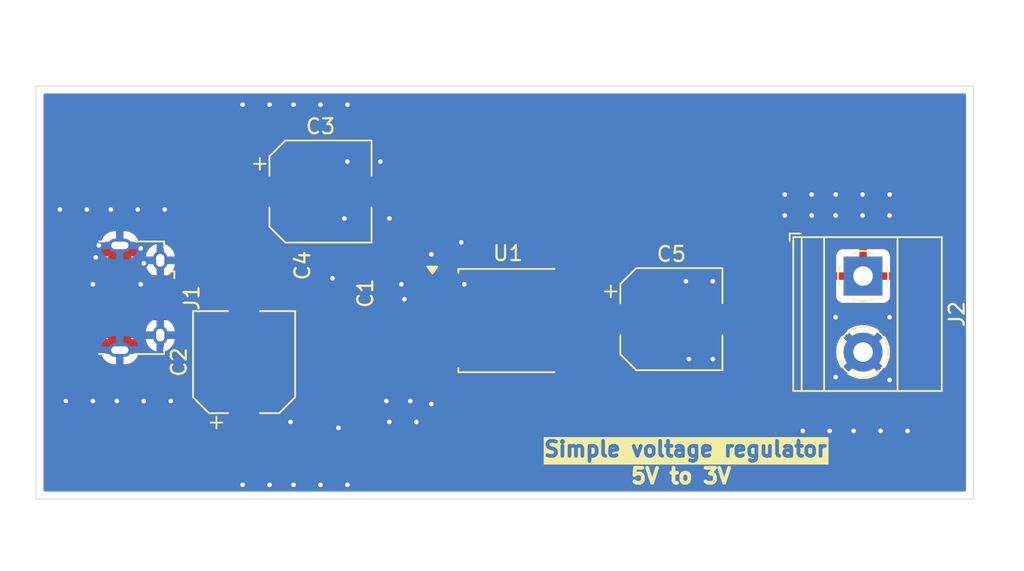
<source format=kicad_pcb>
(kicad_pcb (version 20240108) (generator "pcbnew") (generator_version "8.0")
  (layers (0 "F.Cu" signal) (31 "B.Cu" signal) (34 "B.Paste" user) (35 "F.Paste" user) (36 "B.SilkS" user "B.Silkscreen") (37 "F.SilkS" user "F.Silkscreen") (38 "B.Mask" user) (39 "F.Mask" user) (44 "Edge.Cuts" user))
  (net 0 "")
  (net 1 "GND")
  (net 2 "+5V")
  (net 3 "+3.3V")
  (footprint "Capacitor_SMD:CP_Elec_6.3x5.7" (layer "F.Cu") (at 108.3 94 90)
    (property "Reference" "C2" (at 0 -4.35 90) (layer "F.SilkS"))
    (property "Value" "100nf")
    (fp_line (start 3.41 -3.41) (end 3.41 -1.06) (stroke (width 0.12)) (layer "F.SilkS"))
    (fp_line (start -2.345563 -3.41) (end 3.41 -3.41) (stroke (width 0.12)) (layer "F.SilkS"))
    (fp_line (start -3.41 -2.345563) (end -2.345563 -3.41) (stroke (width 0.12)) (layer "F.SilkS"))
    (fp_line (start -3.41 -2.345563) (end -3.41 -1.06) (stroke (width 0.12)) (layer "F.SilkS"))
    (fp_line (start -4.04375 -2.24125) (end -4.04375 -1.45375) (stroke (width 0.12)) (layer "F.SilkS"))
    (fp_line (start -4.4375 -1.8475) (end -3.65 -1.8475) (stroke (width 0.12)) (layer "F.SilkS"))
    (fp_line (start -3.41 2.345563) (end -3.41 1.06) (stroke (width 0.12)) (layer "F.SilkS"))
    (fp_line (start -3.41 2.345563) (end -2.345563 3.41) (stroke (width 0.12)) (layer "F.SilkS"))
    (fp_line (start 3.41 3.41) (end 3.41 1.06) (stroke (width 0.12)) (layer "F.SilkS"))
    (fp_line (start -2.345563 3.41) (end 3.41 3.41) (stroke (width 0.12)) (layer "F.SilkS"))
    (pad "1" smd roundrect (at -2.7 0 90) (size 3.5 1.6) (layers "F.Cu" "F.Paste" "F.Mask") (roundrect_rratio 0.15625) (net 1 "GND"))
    (pad "2" smd roundrect (at 2.7 0 90) (size 3.5 1.6) (layers "F.Cu" "F.Paste" "F.Mask") (roundrect_rratio 0.15625) (net 2 "+5V"))
  )
  (footprint "TerminalBlock_Phoenix:TerminalBlock_Phoenix_MKDS-1,5-2-5.08_1x02_P5.08mm_Horizontal" (layer "F.Cu") (at 149.63 88.25 -90)
    (property "Reference" "J2" (at 2.54 -6.26 90) (layer "F.SilkS"))
    (property "Value" "Screw_Terminal_01x02")
    (fp_line (start -2.84 4.9) (end -2.34 4.9) (stroke (width 0.12)) (layer "F.SilkS"))
    (fp_line (start -2.6 4.66) (end 7.68 4.66) (stroke (width 0.12)) (layer "F.SilkS"))
    (fp_line (start -2.84 4.16) (end -2.84 4.9) (stroke (width 0.12)) (layer "F.SilkS"))
    (fp_line (start -2.6 4.1) (end 7.68 4.1) (stroke (width 0.12)) (layer "F.SilkS"))
    (fp_line (start -2.6 2.6) (end 7.68 2.6) (stroke (width 0.12)) (layer "F.SilkS"))
    (fp_line (start 4.046 1.239) (end 4.011 1.274) (stroke (width 0.12)) (layer "F.SilkS"))
    (fp_line (start 3.853 1.023) (end 3.806 1.069) (stroke (width 0.12)) (layer "F.SilkS"))
    (fp_line (start 6.355 -1.069) (end 6.308 -1.023) (stroke (width 0.12)) (layer "F.SilkS"))
    (fp_line (start 6.15 -1.275) (end 6.115 -1.239) (stroke (width 0.12)) (layer "F.SilkS"))
    (fp_line (start -2.6 -2.301) (end 7.68 -2.301) (stroke (width 0.12)) (layer "F.SilkS"))
    (fp_line (start -2.6 -5.261) (end -2.6 4.66) (stroke (width 0.12)) (layer "F.SilkS"))
    (fp_line (start -2.6 -5.261) (end 7.68 -5.261) (stroke (width 0.12)) (layer "F.SilkS"))
    (fp_line (start 7.68 -5.261) (end 7.68 4.66) (stroke (width 0.12)) (layer "F.SilkS"))
    (fp_arc (start 0.028805 1.680253) (mid -0.335551 1.646659) (end -0.684 1.535) (stroke (width 0.12)) (layer "F.SilkS"))
    (fp_arc (start 0.683318 1.534756) (mid 0.349292 1.643288) (end 0 1.68) (stroke (width 0.12)) (layer "F.SilkS"))
    (fp_arc (start -1.535427 0.683042) (mid -1.680501 -0.000524) (end -1.535 -0.684) (stroke (width 0.12)) (layer "F.SilkS"))
    (fp_arc (start 1.535427 -0.683042) (mid 1.680501 0.000524) (end 1.535 0.684) (stroke (width 0.12)) (layer "F.SilkS"))
    (fp_arc (start -0.683042 -1.535427) (mid 0.000524 -1.680501) (end 0.684 -1.535) (stroke (width 0.12)) (layer "F.SilkS"))
    (fp_circle (center 5.08 0) (end 6.76 0) (stroke (width 0.12)) (fill none) (layer "F.SilkS"))
    (pad "1" thru_hole rect (at 0 0 270) (size 2.6 2.6) (drill 1.3) (layers "*.Cu" "*.Mask") (net 3 "+3.3V"))
    (pad "2" thru_hole circle (at 5.08 0 270) (size 2.6 2.6) (drill 1.3) (layers "*.Cu" "*.Mask") (net 1 "GND"))
  )
  (footprint "Connector_USB:USB_Micro-B_Amphenol_10118194-0001LF_Horizontal" (layer "F.Cu") (at 101.3 89.7 -90)
    (property "Reference" "J1" (at 0 -3.5 90) (layer "F.SilkS"))
    (property "Value" "USB_B_Micro")
    (fp_line (start -3.76 2.69) (end -3.76 2.29) (stroke (width 0.12)) (layer "F.SilkS"))
    (fp_line (start 3.76 2.29) (end 3.76 2.69) (stroke (width 0.12)) (layer "F.SilkS"))
    (fp_line (start -3.76 0.32) (end -3.76 -1.66) (stroke (width 0.12)) (layer "F.SilkS"))
    (fp_line (start 3.76 0.32) (end 3.76 -1.66) (stroke (width 0.12)) (layer "F.SilkS"))
    (fp_line (start -3.76 -1.66) (end -3.34 -1.66) (stroke (width 0.12)) (layer "F.SilkS"))
    (fp_line (start 3.76 -1.66) (end 3.34 -1.66) (stroke (width 0.12)) (layer "F.SilkS"))
    (fp_line (start -1.76 -1.89) (end -1.76 -2.34) (stroke (width 0.12)) (layer "F.SilkS"))
    (fp_line (start -1.31 -2.34) (end -1.76 -2.34) (stroke (width 0.12)) (layer "F.SilkS"))
    (pad "1" smd roundrect (at -1.3 -1.4 270) (size 0.4 1.35) (layers "F.Cu" "F.Paste" "F.Mask") (net 2 "+5V"))
    (pad "2" smd roundrect (at -0.65 -1.4 270) (size 0.4 1.35) (layers "F.Cu" "F.Paste" "F.Mask"))
    (pad "3" smd roundrect (at 0 -1.4 270) (size 0.4 1.35) (layers "F.Cu" "F.Paste" "F.Mask"))
    (pad "4" smd roundrect (at 0.65 -1.4 270) (size 0.4 1.35) (layers "F.Cu" "F.Paste" "F.Mask"))
    (pad "5" smd roundrect (at 1.3 -1.4 270) (size 0.4 1.35) (layers "F.Cu" "F.Paste" "F.Mask") (net 1 "GND"))
    (pad "6" thru_hole oval (at -3.5 1.3 270) (size 0.89 1.55) (drill oval 0.5 1.15) (property pad_prop_heatsink) (layers "*.Cu" "*.Mask") (net 1 "GND"))
    (pad "6" smd roundrect (at -3.025 1.3 270) (size 1.45 1.55) (layers "F.Cu" "F.Paste" "F.Mask") (roundrect_rratio 0.1724137931) (net 1 "GND"))
    (pad "6" thru_hole oval (at -2.5 -1.4 270) (size 1.25 0.95) (drill oval 0.85 0.55) (property pad_prop_heatsink) (layers "*.Cu" "*.Mask") (net 1 "GND"))
    (pad "6" smd roundrect (at -1 1.3 270) (size 1.5 1.55) (layers "F.Cu" "F.Paste" "F.Mask") (roundrect_rratio 0.1666666667) (net 1 "GND"))
    (pad "6" smd roundrect (at 1 1.3 270) (size 1.5 1.55) (layers "F.Cu" "F.Paste" "F.Mask") (roundrect_rratio 0.1666666667) (net 1 "GND"))
    (pad "6" thru_hole oval (at 2.5 -1.4 270) (size 1.25 0.95) (drill oval 0.85 0.55) (property pad_prop_heatsink) (layers "*.Cu" "*.Mask") (net 1 "GND"))
    (pad "6" smd roundrect (at 3.025 1.3 270) (size 1.45 1.55) (layers "F.Cu" "F.Paste" "F.Mask") (roundrect_rratio 0.1724137931) (net 1 "GND"))
    (pad "6" thru_hole oval (at 3.5 1.3 270) (size 0.89 1.55) (drill oval 0.5 1.15) (property pad_prop_heatsink) (layers "*.Cu" "*.Mask") (net 1 "GND"))
  )
  (footprint "Capacitor_SMD:C_01005_0402Metric" (layer "F.Cu") (at 114.3 89.275 90)
    (property "Reference" "C1" (at -0.125 2.1 90) (layer "F.SilkS"))
    (property "Value" "22u")
    (pad "1" smd roundrect (at -0.25 0 90) (size 0.4 0.3) (layers "F.Cu" "F.Mask") (net 2 "+5V"))
    (pad "2" smd roundrect (at 0.25 0 90) (size 0.4 0.3) (layers "F.Cu" "F.Mask") (net 1 "GND"))
  )
  (footprint "Package_TO_SOT_SMD:TO-252-3_TabPin2" (layer "F.Cu") (at 125.915 91.225)
    (property "Reference" "U1" (at 0 -4.5 0) (layer "F.SilkS"))
    (property "Value" "AMS1117CD-3.3")
    (fp_line (start -3.31 -3.45) (end -3.31 -3.18) (stroke (width 0.12)) (layer "F.SilkS"))
    (fp_line (start -3.31 3.45) (end -3.31 3.18) (stroke (width 0.12)) (layer "F.SilkS"))
    (fp_line (start 3.11 -3.45) (end -3.31 -3.45) (stroke (width 0.12)) (layer "F.SilkS"))
    (fp_line (start 3.11 3.45) (end -3.31 3.45) (stroke (width 0.12)) (layer "F.SilkS"))
    (fp_poly (pts (xy -5.04 -3.14) (xy -5.38 -3.61) (xy -4.7 -3.61) (xy -5.04 -3.14)) (stroke (width 0.12)) (fill solid) (layer "F.SilkS"))
    (pad "1" smd roundrect (at -5.04 -2.28) (size 2.2 1.2) (layers "F.Cu" "F.Paste" "F.Mask") (roundrect_rratio 0.208333) (net 1 "GND"))
    (pad "2" smd roundrect (at -5.04 0) (size 2.2 1.2) (layers "F.Cu" "F.Paste" "F.Mask") (roundrect_rratio 0.208333) (net 3 "+3.3V"))
    (pad "2" smd roundrect (at -0.415 -1.525) (size 3.05 2.75) (layers "F.Cu" "F.Paste") (roundrect_rratio 0.090909) (net 3 "+3.3V"))
    (pad "2" smd roundrect (at -0.415 1.525) (size 3.05 2.75) (layers "F.Cu" "F.Paste") (roundrect_rratio 0.090909) (net 3 "+3.3V"))
    (pad "2" smd roundrect (at 1.26 0) (size 6.4 5.8) (layers "F.Cu" "F.Mask") (roundrect_rratio 0.043103) (net 3 "+3.3V"))
    (pad "2" smd roundrect (at 2.935 -1.525) (size 3.05 2.75) (layers "F.Cu" "F.Paste") (roundrect_rratio 0.090909) (net 3 "+3.3V"))
    (pad "2" smd roundrect (at 2.935 1.525) (size 3.05 2.75) (layers "F.Cu" "F.Paste") (roundrect_rratio 0.090909) (net 3 "+3.3V"))
    (pad "3" smd roundrect (at -5.04 2.28) (size 2.2 1.2) (layers "F.Cu" "F.Paste" "F.Mask") (roundrect_rratio 0.208333) (net 2 "+5V"))
  )
  (footprint "Capacitor_SMD:CP_Elec_6.3x5.7" (layer "F.Cu") (at 113.4 82.6)
    (property "Reference" "C3" (at 0 -4.35 0) (layer "F.SilkS"))
    (property "Value" "100nf")
    (fp_line (start -4.4375 -1.8475) (end -3.65 -1.8475) (stroke (width 0.12)) (layer "F.SilkS"))
    (fp_line (start -4.04375 -2.24125) (end -4.04375 -1.45375) (stroke (width 0.12)) (layer "F.SilkS"))
    (fp_line (start -3.41 -2.345563) (end -3.41 -1.06) (stroke (width 0.12)) (layer "F.SilkS"))
    (fp_line (start -3.41 -2.345563) (end -2.345563 -3.41) (stroke (width 0.12)) (layer "F.SilkS"))
    (fp_line (start -3.41 2.345563) (end -3.41 1.06) (stroke (width 0.12)) (layer "F.SilkS"))
    (fp_line (start -3.41 2.345563) (end -2.345563 3.41) (stroke (width 0.12)) (layer "F.SilkS"))
    (fp_line (start -2.345563 -3.41) (end 3.41 -3.41) (stroke (width 0.12)) (layer "F.SilkS"))
    (fp_line (start -2.345563 3.41) (end 3.41 3.41) (stroke (width 0.12)) (layer "F.SilkS"))
    (fp_line (start 3.41 -3.41) (end 3.41 -1.06) (stroke (width 0.12)) (layer "F.SilkS"))
    (fp_line (start 3.41 3.41) (end 3.41 1.06) (stroke (width 0.12)) (layer "F.SilkS"))
    (pad "1" smd roundrect (at -2.7 0) (size 3.5 1.6) (layers "F.Cu" "F.Paste" "F.Mask") (roundrect_rratio 0.15625) (net 3 "+3.3V"))
    (pad "2" smd roundrect (at 2.7 0) (size 3.5 1.6) (layers "F.Cu" "F.Paste" "F.Mask") (roundrect_rratio 0.15625) (net 1 "GND"))
  )
  (footprint "Capacitor_SMD:C_01005_0402Metric" (layer "F.Cu") (at 113.2 87.55 90)
    (property "Reference" "C4" (at 0 -1 90) (layer "F.SilkS"))
    (property "Value" "22u")
    (pad "1" smd roundrect (at -0.25 0 90) (size 0.4 0.3) (layers "F.Cu" "F.Mask") (net 3 "+3.3V"))
    (pad "2" smd roundrect (at 0.25 0 90) (size 0.4 0.3) (layers "F.Cu" "F.Mask") (net 1 "GND"))
  )
  (footprint "Capacitor_SMD:CP_Elec_6.3x5.7" (layer "F.Cu") (at 136.83 91.13)
    (property "Reference" "C5" (at 0 -4.35 0) (layer "F.SilkS"))
    (property "Value" "100nf")
    (fp_line (start -4.4375 -1.8475) (end -3.65 -1.8475) (stroke (width 0.12)) (layer "F.SilkS"))
    (fp_line (start -4.04375 -2.24125) (end -4.04375 -1.45375) (stroke (width 0.12)) (layer "F.SilkS"))
    (fp_line (start -3.41 -2.345563) (end -3.41 -1.06) (stroke (width 0.12)) (layer "F.SilkS"))
    (fp_line (start -3.41 -2.345563) (end -2.345563 -3.41) (stroke (width 0.12)) (layer "F.SilkS"))
    (fp_line (start -3.41 2.345563) (end -3.41 1.06) (stroke (width 0.12)) (layer "F.SilkS"))
    (fp_line (start -3.41 2.345563) (end -2.345563 3.41) (stroke (width 0.12)) (layer "F.SilkS"))
    (fp_line (start -2.345563 -3.41) (end 3.41 -3.41) (stroke (width 0.12)) (layer "F.SilkS"))
    (fp_line (start -2.345563 3.41) (end 3.41 3.41) (stroke (width 0.12)) (layer "F.SilkS"))
    (fp_line (start 3.41 -3.41) (end 3.41 -1.06) (stroke (width 0.12)) (layer "F.SilkS"))
    (fp_line (start 3.41 3.41) (end 3.41 1.06) (stroke (width 0.12)) (layer "F.SilkS"))
    (pad "1" smd roundrect (at -2.7 0) (size 3.5 1.6) (layers "F.Cu" "F.Paste" "F.Mask") (roundrect_rratio 0.15625) (net 3 "+3.3V"))
    (pad "2" smd roundrect (at 2.7 0) (size 3.5 1.6) (layers "F.Cu" "F.Paste" "F.Mask") (roundrect_rratio 0.15625) (net 1 "GND"))
  )
  (gr_rect (start 94.4 75.55) (end 157 103.15) (stroke (width 0.05)) (fill none) (layer "Edge.Cuts"))
  (gr_text "Simple voltage regulator " (at 128.2 100.4 0) (layer "F.SilkS" knockout) (effects (font (size 1 1) (thickness 0.25) (bold yes)) (justify left bottom)))
  (gr_text "5V to 3V " (at 134 102.2 0) (layer "F.SilkS") (effects (font (size 1 1) (thickness 0.25) (bold yes)) (justify left bottom)))
  (via (at 101.4 88.8) (size 0.6) (drill 0.3) (layers "F.Cu" "B.Cu") (net 1))
  (via (at 151.4 95.2) (size 0.6) (drill 0.3) (layers "F.Cu" "B.Cu") (net 1))
  (via (at 118 84.4) (size 0.6) (drill 0.3) (layers "F.Cu" "B.Cu") (net 1))
  (via (at 118.8 88.8) (size 0.6) (drill 0.3) (layers "F.Cu" "B.Cu") (net 1))
  (via (at 119.8 98) (size 0.6) (drill 0.3) (layers "F.Cu" "B.Cu") (net 1))
  (via (at 98.6 86.2) (size 0.6) (drill 0.3) (layers "F.Cu" "B.Cu") (net 1))
  (via (at 117.4 80.6) (size 0.6) (drill 0.3) (layers "F.Cu" "B.Cu") (net 1))
  (via (at 97.8 83.8) (size 0.6) (drill 0.3) (layers "F.Cu" "B.Cu") (net 1))
  (via (at 111.6 102.2) (size 0.6) (drill 0.3) (layers "F.Cu" "B.Cu") (net 1))
  (via (at 101.4 86.4) (size 0.6) (drill 0.3) (layers "F.Cu" "B.Cu") (net 1))
  (via (at 99.4 83.8) (size 0.6) (drill 0.3) (layers "F.Cu" "B.Cu") (net 1))
  (via (at 96.4 96.6) (size 0.6) (drill 0.3) (layers "F.Cu" "B.Cu") (net 1))
  (via (at 115.2 80.6) (size 0.6) (drill 0.3) (layers "F.Cu" "B.Cu") (net 1))
  (via (at 147.4 98.6) (size 0.6) (drill 0.3) (layers "F.Cu" "B.Cu") (net 1))
  (via (at 110 102.2) (size 0.6) (drill 0.3) (layers "F.Cu" "B.Cu") (net 1))
  (via (at 110 76.8) (size 0.6) (drill 0.3) (layers "F.Cu" "B.Cu") (net 1))
  (via (at 113.4 76.8) (size 0.6) (drill 0.3) (layers "F.Cu" "B.Cu") (net 1))
  (via (at 151.4 84.2) (size 0.6) (drill 0.3) (layers "F.Cu" "B.Cu") (net 1))
  (via (at 119 89.8) (size 0.6) (drill 0.3) (layers "F.Cu" "B.Cu") (net 1))
  (via (at 122.8 86) (size 0.6) (drill 0.3) (layers "F.Cu" "B.Cu") (net 1))
  (via (at 101.2 83.8) (size 0.6) (drill 0.3) (layers "F.Cu" "B.Cu") (net 1))
  (via (at 147.8 95) (size 0.6) (drill 0.3) (layers "F.Cu" "B.Cu") (net 1))
  (via (at 149 98.6) (size 0.6) (drill 0.3) (layers "F.Cu" "B.Cu") (net 1))
  (via (at 115.2 76.8) (size 0.6) (drill 0.3) (layers "F.Cu" "B.Cu") (net 1))
  (via (at 150.8 98.6) (size 0.6) (drill 0.3) (layers "F.Cu" "B.Cu") (net 1))
  (via (at 147.8 91) (size 0.6) (drill 0.3) (layers "F.Cu" "B.Cu") (net 1))
  (via (at 113.4 102.2) (size 0.6) (drill 0.3) (layers "F.Cu" "B.Cu") (net 1))
  (via (at 137.8 88.6) (size 0.6) (drill 0.3) (layers "F.Cu" "B.Cu") (net 1))
  (via (at 147.8 84.2) (size 0.6) (drill 0.3) (layers "F.Cu" "B.Cu") (net 1))
  (via (at 96 83.8) (size 0.6) (drill 0.3) (layers "F.Cu" "B.Cu") (net 1))
  (via (at 117.8 96.6) (size 0.6) (drill 0.3) (layers "F.Cu" "B.Cu") (net 1))
  (via (at 152.6 98.6) (size 0.6) (drill 0.3) (layers "F.Cu" "B.Cu") (net 1))
  (via (at 115 84.4) (size 0.6) (drill 0.3) (layers "F.Cu" "B.Cu") (net 1))
  (via (at 151.4 82.8) (size 0.6) (drill 0.3) (layers "F.Cu" "B.Cu") (net 1))
  (via (at 98.2 88.8) (size 0.6) (drill 0.3) (layers "F.Cu" "B.Cu") (net 1))
  (via (at 108.2 102.2) (size 0.6) (drill 0.3) (layers "F.Cu" "B.Cu") (net 1))
  (via (at 149.6 84.2) (size 0.6) (drill 0.3) (layers "F.Cu" "B.Cu") (net 1))
  (via (at 139.6 88.6) (size 0.6) (drill 0.3) (layers "F.Cu" "B.Cu") (net 1))
  (via (at 103 83.8) (size 0.6) (drill 0.3) (layers "F.Cu" "B.Cu") (net 1))
  (via (at 138 93.8) (size 0.6) (drill 0.3) (layers "F.Cu" "B.Cu") (net 1))
  (via (at 151.4 91) (size 0.6) (drill 0.3) (layers "F.Cu" "B.Cu") (net 1))
  (via (at 98.4 87) (size 0.6) (drill 0.3) (layers "F.Cu" "B.Cu") (net 1))
  (via (at 101.6 96.6) (size 0.6) (drill 0.3) (layers "F.Cu" "B.Cu") (net 1))
  (via (at 99.8 96.6) (size 0.6) (drill 0.3) (layers "F.Cu" "B.Cu") (net 1))
  (via (at 119.4 96.6) (size 0.6) (drill 0.3) (layers "F.Cu" "B.Cu") (net 1))
  (via (at 111.4 98) (size 0.6) (drill 0.3) (layers "F.Cu" "B.Cu") (net 1))
  (via (at 101.6 87.4) (size 0.6) (drill 0.3) (layers "F.Cu" "B.Cu") (net 1))
  (via (at 120.8 86.8) (size 0.6) (drill 0.3) (layers "F.Cu" "B.Cu") (net 1))
  (via (at 115.2 102.2) (size 0.6) (drill 0.3) (layers "F.Cu" "B.Cu") (net 1))
  (via (at 114.6 98.4) (size 0.6) (drill 0.3) (layers "F.Cu" "B.Cu") (net 1))
  (via (at 103.4 96.6) (size 0.6) (drill 0.3) (layers "F.Cu" "B.Cu") (net 1))
  (via (at 118 98) (size 0.6) (drill 0.3) (layers "F.Cu" "B.Cu") (net 1))
  (via (at 108.2 76.8) (size 0.6) (drill 0.3) (layers "F.Cu" "B.Cu") (net 1))
  (via (at 120.8 96.8) (size 0.6) (drill 0.3) (layers "F.Cu" "B.Cu") (net 1))
  (via (at 144.4 82.8) (size 0.6) (drill 0.3) (layers "F.Cu" "B.Cu") (net 1))
  (via (at 147.8 82.8) (size 0.6) (drill 0.3) (layers "F.Cu" "B.Cu") (net 1))
  (via (at 146.2 84.2) (size 0.6) (drill 0.3) (layers "F.Cu" "B.Cu") (net 1))
  (via (at 146.2 82.8) (size 0.6) (drill 0.3) (layers "F.Cu" "B.Cu") (net 1))
  (via (at 123 88.8) (size 0.6) (drill 0.3) (layers "F.Cu" "B.Cu") (net 1))
  (via (at 144.4 84.2) (size 0.6) (drill 0.3) (layers "F.Cu" "B.Cu") (net 1))
  (via (at 111.6 76.8) (size 0.6) (drill 0.3) (layers "F.Cu" "B.Cu") (net 1))
  (via (at 114.2 88.4) (size 0.6) (drill 0.3) (layers "F.Cu" "B.Cu") (net 1))
  (via (at 149.6 82.8) (size 0.6) (drill 0.3) (layers "F.Cu" "B.Cu") (net 1))
  (via (at 98.2 96.6) (size 0.6) (drill 0.3) (layers "F.Cu" "B.Cu") (net 1))
  (via (at 145.6 98.6) (size 0.6) (drill 0.3) (layers "F.Cu" "B.Cu") (net 1))
  (via (at 139.6 93.8) (size 0.6) (drill 0.3) (layers "F.Cu" "B.Cu") (net 1))
  (zone (net 2) (net_name "+5V") (layer "F.Cu") (priority 1) (connect_pads (clearance 0.5)) (min_thickness 0.25) (fill yes (thermal_gap 0.5) (thermal_bridge_width 0.5))
    (polygon (pts (xy 101.8 88) (xy 101.8 88.8) (xy 104.4 88.8) (xy 104.6 88.8) (xy 105.4 92.8) (xy 109.442729 92.842729) (xy 113.2 94) (xy 114.41642 94.2) (xy 118.6 94.8) (xy 122 94.8) (xy 122 92.8) (xy 121.4 92.2) (xy 116.2 92.2) (xy 113.4 89.8) (xy 112.348924 89.748924) (xy 106.4 88.2) (xy 104.16215 88) (xy 101.972975 88)))
  )
  (zone (net 3) (net_name "+3.3V") (layer "F.Cu") (priority 2) (connect_pads (clearance 0.5)) (min_thickness 0.25) (fill yes (thermal_gap 0.5) (thermal_bridge_width 0.5))
    (polygon (pts (xy 105.4 81.2) (xy 105.4 84) (xy 110 88.6) (xy 112.8 88.6) (xy 112.8 87.6) (xy 124.4 87.6) (xy 122.110585 91.053983) (xy 118.2 90.6) (xy 118.8 92) (xy 122.8 92) (xy 123.4 92.6) (xy 123.4 95.8) (xy 124 96.4) (xy 136.4 96.4) (xy 136.6 96.2) (xy 136.6 90) (xy 136 89.4) (xy 152.2 89.4) (xy 152.8 90) (xy 152.8 84) (xy 149.4 80.6) (xy 119.4 80.6) (xy 119 81) (xy 119 85.4) (xy 113.6 85.4) (xy 113 84.8) (xy 113 80) (xy 112.6 79.6) (xy 105.4 79.6) (xy 105.4 81.4) (xy 105.4 80.6) (xy 105.4 81) (xy 105.4 79.6) (xy 105.4 79.612791) (xy 105.4 79.609551) (xy 105.4 81.2)))
  )
  (zone (net 1) (net_name "GND") (layers "F&B.Cu") (connect_pads (clearance 0.5)) (min_thickness 0.25) (fill yes (thermal_gap 0.5) (thermal_bridge_width 0.5))
    (polygon (pts (xy 92 107.8) (xy 92.2 108) (xy 160.2 108) (xy 160.4 107.8) (xy 160.4 70.2) (xy 160 69.8) (xy 92 69.8)))
  )
)
</source>
